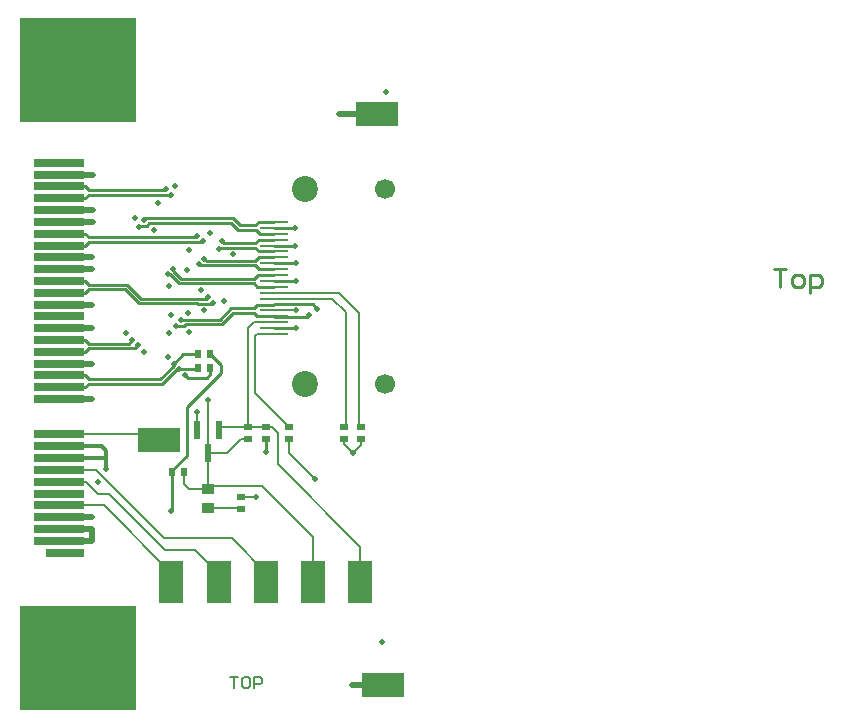
<source format=gtl>
G04 Layer_Physical_Order=1*
G04 Layer_Color=255*
%FSLAX44Y44*%
%MOMM*%
G71*
G01*
G75*
%ADD10R,0.5500X0.6500*%
%ADD11R,0.6500X0.5500*%
%ADD12R,0.6000X1.5000*%
%ADD13R,1.0000X0.9000*%
%ADD14R,2.4000X0.2800*%
%ADD15R,2.0500X3.6500*%
%ADD16R,3.6500X2.0500*%
%ADD17R,4.2000X0.7000*%
%ADD18R,3.2000X0.7000*%
%ADD19R,2.0000X3.0000*%
%ADD20C,0.1500*%
%ADD21C,0.2200*%
%ADD22C,0.2000*%
%ADD23C,0.5000*%
%ADD24C,0.3000*%
%ADD25C,0.2540*%
%ADD26R,9.8000X8.8000*%
%ADD27C,1.7000*%
%ADD28C,2.2000*%
%ADD29C,0.5000*%
G36*
X39481Y-165537D02*
X43692Y-166602D01*
X47738Y-168180D01*
X49648Y-169213D01*
X49650Y-169210D01*
Y-230790D01*
X49650D01*
X47740Y-231823D01*
X43692Y-233400D01*
X39482Y-234466D01*
X35171Y-235002D01*
X30828Y-235002D01*
X26517Y-234464D01*
X22307Y-233398D01*
X18260Y-231819D01*
X16350Y-230786D01*
X16350Y-230786D01*
Y-169210D01*
X16352Y-169213D01*
Y-169213D01*
X18262Y-168180D01*
X22308Y-166602D01*
X26519Y-165537D01*
X30828Y-165000D01*
X35172D01*
X39481Y-165537D01*
D02*
G37*
G36*
Y324463D02*
X43692Y323398D01*
X47738Y321820D01*
X49648Y320787D01*
X49650Y320790D01*
Y259210D01*
X49650D01*
X47740Y258177D01*
X43692Y256600D01*
X39482Y255534D01*
X35171Y254998D01*
X30828Y254998D01*
X26517Y255536D01*
X22307Y256602D01*
X18260Y258181D01*
X16350Y259214D01*
X16350Y259214D01*
Y320790D01*
X16352Y320787D01*
Y320787D01*
X18262Y321820D01*
X22308Y323398D01*
X26519Y324463D01*
X30828Y325000D01*
X35172D01*
X39481Y324463D01*
D02*
G37*
D10*
X163000Y53000D02*
D03*
X153000D02*
D03*
X153000Y41000D02*
D03*
X163000D02*
D03*
X141000Y-47000D02*
D03*
X131000D02*
D03*
D11*
X230000Y-19000D02*
D03*
Y-9000D02*
D03*
X210000Y-19000D02*
D03*
Y-9000D02*
D03*
X276000Y-19000D02*
D03*
Y-9000D02*
D03*
X195000Y-19000D02*
D03*
Y-9000D02*
D03*
X291000Y-19000D02*
D03*
Y-9000D02*
D03*
X189000Y-78000D02*
D03*
Y-68000D02*
D03*
D12*
X161000Y-30500D02*
D03*
X151500Y-11500D02*
D03*
X170500D02*
D03*
D13*
X161000Y-61000D02*
D03*
Y-77000D02*
D03*
D14*
X217200Y70000D02*
D03*
Y75000D02*
D03*
Y80000D02*
D03*
Y85000D02*
D03*
Y90000D02*
D03*
Y95000D02*
D03*
Y100000D02*
D03*
Y105000D02*
D03*
Y110000D02*
D03*
Y115000D02*
D03*
Y120000D02*
D03*
Y125000D02*
D03*
Y130000D02*
D03*
Y135000D02*
D03*
Y140000D02*
D03*
Y145000D02*
D03*
Y150000D02*
D03*
Y155000D02*
D03*
Y160000D02*
D03*
Y165000D02*
D03*
D15*
X130000Y-140000D02*
D03*
X170000D02*
D03*
X210000D02*
D03*
X250000D02*
D03*
X290000D02*
D03*
D16*
X309000Y-227000D02*
D03*
X120000Y-20000D02*
D03*
X304000Y256000D02*
D03*
D17*
X35000Y135000D02*
D03*
Y115000D02*
D03*
Y85000D02*
D03*
Y215000D02*
D03*
Y185000D02*
D03*
Y155000D02*
D03*
Y165000D02*
D03*
Y205000D02*
D03*
Y175000D02*
D03*
Y105000D02*
D03*
Y125000D02*
D03*
Y195000D02*
D03*
Y95000D02*
D03*
Y145000D02*
D03*
Y65000D02*
D03*
Y-35000D02*
D03*
Y55000D02*
D03*
Y25000D02*
D03*
Y-105000D02*
D03*
Y-85000D02*
D03*
Y-15000D02*
D03*
Y-45000D02*
D03*
Y15000D02*
D03*
Y45000D02*
D03*
Y-65000D02*
D03*
Y-55000D02*
D03*
Y-25000D02*
D03*
Y-95000D02*
D03*
Y-75000D02*
D03*
Y35000D02*
D03*
Y75000D02*
D03*
D18*
X40000Y-115000D02*
D03*
D19*
X33000Y290000D02*
D03*
Y-200000D02*
D03*
D20*
X220000Y-40000D02*
X290000Y-110000D01*
Y-140000D02*
Y-110000D01*
X161000Y-30500D02*
Y14000D01*
X278000Y-7000D02*
Y88500D01*
X266500Y100000D02*
X278000Y88500D01*
X217200Y100000D02*
X266500D01*
X289000Y-7000D02*
Y88000D01*
X272000Y105000D02*
X289000Y88000D01*
X217200Y105000D02*
X272000D01*
X207000Y-59000D02*
X250000Y-102000D01*
Y-140000D02*
Y-102000D01*
X163000Y-59000D02*
X207000D01*
X161000Y-61000D02*
X163000Y-59000D01*
X35000Y-75000D02*
X73000D01*
X130000Y-132000D01*
Y-140000D02*
Y-132000D01*
X68000Y-65000D02*
X77000D01*
X125000Y-113000D01*
X150000D01*
X170000Y-133000D01*
Y-140000D02*
Y-133000D01*
X124188Y-103000D02*
X181000D01*
X210000Y-132000D01*
Y-140000D02*
Y-132000D01*
X66188Y-45000D02*
X124188Y-103000D01*
X58000Y-55000D02*
X68000Y-65000D01*
X35000Y-45000D02*
X66188D01*
X35000Y-55000D02*
X58000D01*
X115000Y-15000D02*
X120000Y-20000D01*
X35000Y-15000D02*
X115000D01*
X130000Y-80000D02*
X131000Y-79000D01*
X161000Y-47000D02*
X161000Y-47000D01*
X230000Y-31000D02*
Y-19000D01*
X161000Y-47000D02*
Y-30500D01*
Y-61000D02*
Y-47000D01*
X160000Y-60000D02*
X161000Y-61000D01*
X189000Y-68000D02*
X202000D01*
X188000Y-77000D02*
X189000Y-78000D01*
X161000Y-77000D02*
X188000D01*
X201000Y20000D02*
X230000Y-9000D01*
X201000Y20000D02*
Y68000D01*
X203000Y70000D01*
X217200D01*
X189000Y-19000D02*
X195000D01*
X177500Y-30500D02*
X189000Y-19000D01*
X161000Y-30500D02*
X177500D01*
X170500Y-11500D02*
X173000Y-9000D01*
X195000D01*
X151500Y3500D02*
X152000Y4000D01*
X151500Y-11500D02*
Y3500D01*
X291000Y-24000D02*
Y-19000D01*
X284000Y-31000D02*
X291000Y-24000D01*
X276000Y-23000D02*
X284000Y-31000D01*
X276000Y-23000D02*
Y-19000D01*
X195000Y-8000D02*
Y75000D01*
X200000Y80000D01*
X217200D01*
X289000Y-7000D02*
X291000Y-9000D01*
X276000D02*
X278000Y-7000D01*
X230000Y-31000D02*
X252000Y-53000D01*
X195000Y-9000D02*
X210000D01*
X220000Y-40000D02*
Y-14000D01*
X215000Y-9000D02*
X220000Y-14000D01*
X210000Y-9000D02*
X215000D01*
X210000Y-9000D02*
X210000Y-9000D01*
X141000Y-57000D02*
Y-47000D01*
Y-57000D02*
X145000Y-61000D01*
X161000D01*
X161000Y-61000D01*
D21*
X163000Y53000D02*
X172000Y44000D01*
Y37000D02*
Y44000D01*
X143000Y8000D02*
X172000Y37000D01*
X143000Y-33000D02*
Y8000D01*
X163000Y36000D02*
Y41000D01*
X160000Y33000D02*
X163000Y36000D01*
X144000Y33000D02*
X160000D01*
X131000Y-79000D02*
Y-47000D01*
Y-45000D01*
X143000Y-33000D01*
X142000Y35000D02*
X144000Y33000D01*
X152394Y40394D02*
X153000Y41000D01*
X136606Y40394D02*
X152394D01*
X140020Y53000D02*
X153000D01*
X132010Y44990D02*
X140020Y53000D01*
X245150Y84900D02*
X246500Y86250D01*
X217300Y84900D02*
X245150D01*
X217200Y85000D02*
X217300Y84900D01*
X249900Y95100D02*
X253500Y91500D01*
X217300Y95100D02*
X249900D01*
X217200Y95000D02*
X217300Y95100D01*
X200000Y88000D02*
X203000Y85000D01*
X217200D01*
X35000Y145000D02*
X57100D01*
X60250Y148150D01*
X147000D01*
X57100Y155000D02*
X60250Y151850D01*
X150850D01*
X236000Y75000D02*
X236000Y75000D01*
X217200Y75000D02*
X236000D01*
Y115000D02*
X236000Y115000D01*
X217200Y115000D02*
X236000D01*
Y130000D02*
X236000Y130000D01*
X217200Y130000D02*
X236000D01*
X235000Y145000D02*
X235000Y145000D01*
X217200Y145000D02*
X235000D01*
X217200Y160000D02*
X235000D01*
X180467Y164300D02*
X186467Y158300D01*
X201700D01*
X182000Y168000D02*
X188000Y162000D01*
X201000D01*
X108000Y168000D02*
X182000D01*
X111512Y164300D02*
X180467D01*
X150850Y151850D02*
X152000Y153000D01*
X128504Y187496D02*
X129000Y187000D01*
X121654Y187496D02*
X128504D01*
X121000Y188150D02*
X121654Y187496D01*
X124658Y191850D02*
X125404Y192596D01*
X60250Y191850D02*
X124658D01*
X60250Y188150D02*
X121000D01*
X35000Y185000D02*
X57100D01*
X60250Y188150D01*
X136767Y113000D02*
X200000D01*
X126894Y120894D02*
X128874D01*
X136767Y113000D01*
X131490Y123510D02*
Y125490D01*
Y123510D02*
X138300Y116700D01*
X200352D01*
X60250Y108150D02*
X90618D01*
X102467Y96300D01*
X60250Y111850D02*
X92150D01*
X104000Y100000D01*
X160000D01*
X180700Y91700D02*
X199700D01*
X203000Y95000D01*
X217200D01*
X171000Y82000D02*
X180700Y91700D01*
X182233Y88000D02*
X200000D01*
X172533Y78300D02*
X182233Y88000D01*
X142513Y78300D02*
X172533D01*
X134504Y76496D02*
X140709D01*
X134000Y77000D02*
X134504Y76496D01*
X140709D02*
X142513Y78300D01*
X139000Y82000D02*
X171000D01*
X138596Y81596D02*
X139000Y82000D01*
X132010Y43010D02*
Y44990D01*
X120850Y31850D02*
X132010Y43010D01*
X134626Y40394D02*
X136606D01*
X122382Y28150D02*
X134626Y40394D01*
X60250Y28150D02*
X122382D01*
X60250Y31850D02*
X120850D01*
X57100Y35000D02*
X60250Y31850D01*
X35000Y35000D02*
X57100D01*
Y25000D02*
X60250Y28150D01*
X35000Y25000D02*
X57100D01*
X201700Y158300D02*
X205000Y155000D01*
X217200D01*
X201000Y162000D02*
X204000Y165000D01*
X217200D01*
X103900Y161900D02*
X109113D01*
X103000Y161000D02*
X103900Y161900D01*
X109113D02*
X111512Y164300D01*
X107000Y167000D02*
X108000Y168000D01*
X173000Y149000D02*
X175000Y147000D01*
X147000Y148150D02*
X147250Y147900D01*
X156092D01*
X99342Y58150D02*
X101596Y60404D01*
X60250Y58150D02*
X99342D01*
X93850Y61850D02*
X97000Y65000D01*
X60250Y61850D02*
X93850D01*
X57100Y65000D02*
X60250Y61850D01*
X35000Y65000D02*
X57100D01*
Y55000D02*
X60250Y58150D01*
X35000Y55000D02*
X57100D01*
X154508Y128300D02*
X200700D01*
X204000Y125000D01*
X217200D01*
X175000Y147000D02*
X201000D01*
X200700Y143300D02*
X204000Y140000D01*
X217200D01*
X201000Y147000D02*
X204000Y150000D01*
X217200D01*
X171300Y143300D02*
X200700D01*
X170000Y142000D02*
X171300Y143300D01*
X160000Y132000D02*
X201000D01*
X152400Y95900D02*
X165092D01*
X165596Y96404D01*
X152000Y96300D02*
X152400Y95900D01*
X160000Y100000D02*
X161000Y101000D01*
X102467Y96300D02*
X152000D01*
X57100Y115000D02*
X60250Y111850D01*
X35000Y115000D02*
X57100D01*
Y105000D02*
X60250Y108150D01*
X35000Y105000D02*
X57100D01*
X200352Y116700D02*
X203652Y120000D01*
X217200D01*
X201000Y132000D02*
X204000Y135000D01*
X217200D01*
X129496Y187496D02*
X130000Y188000D01*
X158000Y134000D02*
X160000Y132000D01*
X156092Y147900D02*
X156596Y148404D01*
X153404Y129404D02*
X154508Y128300D01*
X35000Y155000D02*
X57100D01*
X203000Y110000D02*
X217200D01*
X200000Y113000D02*
X203000Y110000D01*
X57100Y195000D02*
X60250Y191850D01*
X35000Y195000D02*
X57100D01*
X210000Y-19000D02*
X210000Y-19000D01*
Y-30000D02*
Y-19000D01*
D22*
X236000Y90000D02*
X236000Y90000D01*
X217200Y90000D02*
X236000D01*
X180000Y-220003D02*
X186665D01*
X183332D01*
Y-230000D01*
X194995Y-220003D02*
X191663D01*
X189997Y-221669D01*
Y-228334D01*
X191663Y-230000D01*
X194995D01*
X196661Y-228334D01*
Y-221669D01*
X194995Y-220003D01*
X199994Y-230000D02*
Y-220003D01*
X204992D01*
X206658Y-221669D01*
Y-225002D01*
X204992Y-226668D01*
X199994D01*
D23*
X35000Y-105000D02*
X35000Y-105000D01*
X63000D01*
Y-95000D01*
X63000Y-95000D02*
X63000Y-95000D01*
X35000Y-95000D02*
X63000D01*
X63000Y15000D02*
X63000Y15000D01*
X35000Y15000D02*
X63000D01*
Y45000D02*
X63000Y45000D01*
X35000Y45000D02*
X63000D01*
X35000Y205000D02*
X64000D01*
X64000Y175000D02*
X64000Y175000D01*
X35000Y175000D02*
X64000D01*
Y165000D02*
X64000Y165000D01*
X35000Y165000D02*
X64000D01*
X63000Y135000D02*
X63000Y135000D01*
X35000Y135000D02*
X63000D01*
Y125000D02*
X63000Y125000D01*
X35000Y125000D02*
X63000D01*
Y95000D02*
X63000Y95000D01*
X35000Y95000D02*
X63000D01*
X63000Y75000D02*
X63000Y75000D01*
X35000Y75000D02*
X63000D01*
X35000Y-85000D02*
X63000D01*
X63000Y-85000D01*
X272000Y256000D02*
X304000D01*
X283000Y-227000D02*
X309000D01*
D24*
X35000Y-25000D02*
X71000D01*
X75000Y-44000D02*
X75000Y-44000D01*
X35000Y-35000D02*
X75000D01*
Y-29000D01*
X71000Y-25000D02*
X75000Y-29000D01*
Y-44000D02*
Y-35000D01*
D25*
X640000Y125235D02*
X650157D01*
X645078D01*
Y110000D01*
X657774D02*
X662853D01*
X665392Y112539D01*
Y117618D01*
X662853Y120157D01*
X657774D01*
X655235Y117618D01*
Y112539D01*
X657774Y110000D01*
X670470Y104922D02*
Y120157D01*
X678088D01*
X680627Y117618D01*
Y112539D01*
X678088Y110000D01*
X670470D01*
D26*
X51000Y294000D02*
D03*
Y-204000D02*
D03*
D27*
X311000Y192500D02*
D03*
Y27500D02*
D03*
D28*
X243200D02*
D03*
Y192500D02*
D03*
D29*
X161000Y14000D02*
D03*
X246500Y86250D02*
D03*
X253500Y91500D02*
D03*
X283000Y-227000D02*
D03*
X308000Y-191000D02*
D03*
X312000Y275000D02*
D03*
X272000Y256000D02*
D03*
X153404Y129404D02*
D03*
X156596Y148404D02*
D03*
X158000Y134000D02*
D03*
X126894Y120894D02*
D03*
X131490Y125490D02*
D03*
X130000Y188000D02*
D03*
X161000Y101000D02*
D03*
X165596Y96404D02*
D03*
X170000Y142000D02*
D03*
X97000Y65000D02*
D03*
X101596Y60404D02*
D03*
X103000Y161000D02*
D03*
X173000Y149000D02*
D03*
X107000Y167000D02*
D03*
X136606Y40394D02*
D03*
X132010Y44990D02*
D03*
X138596Y81596D02*
D03*
X134000Y77000D02*
D03*
X125404Y192596D02*
D03*
X152000Y153000D02*
D03*
X143000Y124000D02*
D03*
X128000Y111000D02*
D03*
X163000Y156000D02*
D03*
X145000Y141000D02*
D03*
X182000Y138000D02*
D03*
X155000Y107000D02*
D03*
X175000Y98000D02*
D03*
X158000Y90000D02*
D03*
X145000Y72000D02*
D03*
X130000Y86000D02*
D03*
X144000Y88000D02*
D03*
X128000Y71000D02*
D03*
X127000Y51000D02*
D03*
X142000Y35000D02*
D03*
X92000Y71000D02*
D03*
X115000Y158000D02*
D03*
X99000Y168000D02*
D03*
X119000Y181000D02*
D03*
X133000Y195000D02*
D03*
X235000Y160000D02*
D03*
Y145000D02*
D03*
X236000Y130000D02*
D03*
Y115000D02*
D03*
Y75000D02*
D03*
X63000D02*
D03*
Y95000D02*
D03*
Y125000D02*
D03*
Y135000D02*
D03*
X64000Y165000D02*
D03*
Y175000D02*
D03*
Y205000D02*
D03*
X63000Y45000D02*
D03*
Y15000D02*
D03*
X284000Y-31000D02*
D03*
X152000Y4000D02*
D03*
X202000Y-68000D02*
D03*
X63000Y-85000D02*
D03*
Y-95000D02*
D03*
X107000Y55000D02*
D03*
X130000Y-80000D02*
D03*
X75000Y-44000D02*
D03*
X68000Y-55000D02*
D03*
X236000Y90000D02*
D03*
X90000Y280000D02*
D03*
Y-200000D02*
D03*
X252000Y-53000D02*
D03*
X210000Y-30000D02*
D03*
M02*

</source>
